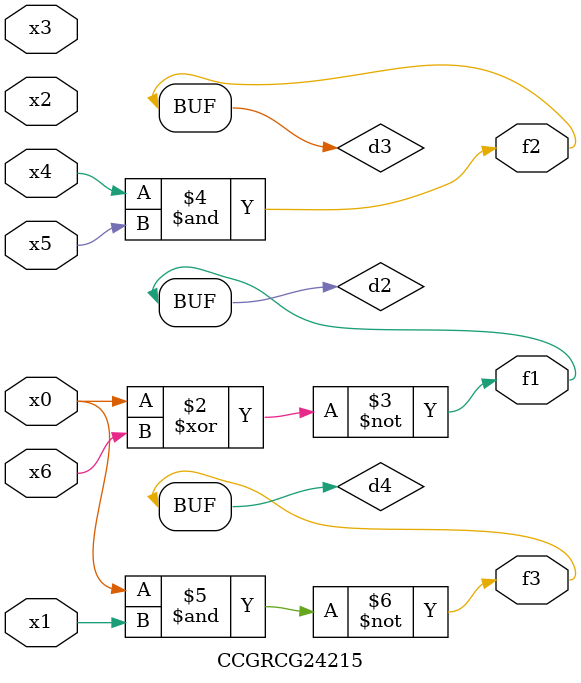
<source format=v>
module CCGRCG24215(
	input x0, x1, x2, x3, x4, x5, x6,
	output f1, f2, f3
);

	wire d1, d2, d3, d4;

	nor (d1, x0);
	xnor (d2, x0, x6);
	and (d3, x4, x5);
	nand (d4, x0, x1);
	assign f1 = d2;
	assign f2 = d3;
	assign f3 = d4;
endmodule

</source>
